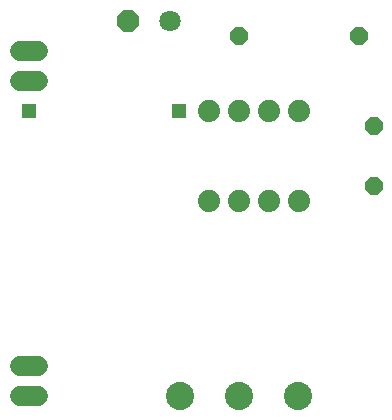
<source format=gbs>
G75*
%MOIN*%
%OFA0B0*%
%FSLAX25Y25*%
%IPPOS*%
%LPD*%
%AMOC8*
5,1,8,0,0,1.08239X$1,22.5*
%
%ADD10OC8,0.07100*%
%ADD11C,0.07100*%
%ADD12OC8,0.06000*%
%ADD13C,0.07400*%
%ADD14C,0.06800*%
%ADD15C,0.09400*%
%ADD16R,0.04762X0.04762*%
D10*
X0049800Y0180337D03*
D11*
X0063800Y0180337D03*
D12*
X0086800Y0175337D03*
X0126800Y0175337D03*
X0131800Y0145337D03*
X0131800Y0125337D03*
D13*
X0106800Y0120337D03*
X0096800Y0120337D03*
X0086800Y0120337D03*
X0076800Y0120337D03*
X0076800Y0150337D03*
X0086800Y0150337D03*
X0096800Y0150337D03*
X0106800Y0150337D03*
D14*
X0019800Y0055337D02*
X0013800Y0055337D01*
X0013800Y0065337D02*
X0019800Y0065337D01*
X0019800Y0160337D02*
X0013800Y0160337D01*
X0013800Y0170337D02*
X0019800Y0170337D01*
D15*
X0067115Y0055337D03*
X0086800Y0055337D03*
X0106485Y0055337D03*
D16*
X0066800Y0150337D03*
X0016800Y0150337D03*
M02*

</source>
